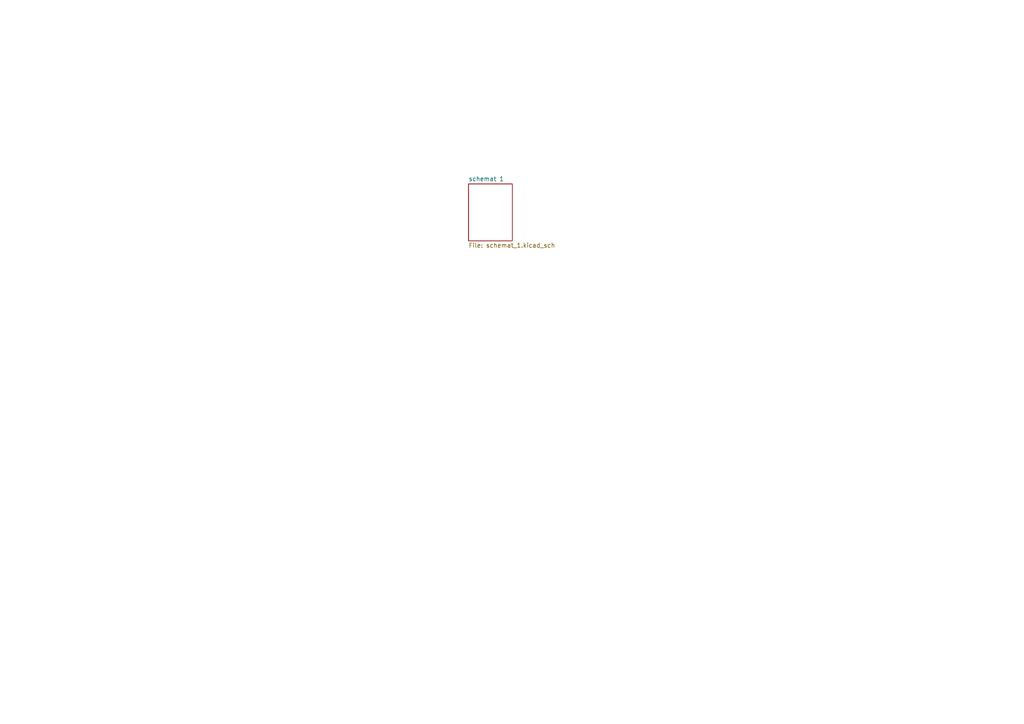
<source format=kicad_sch>
(kicad_sch
	(version 20231120)
	(generator "eeschema")
	(generator_version "8.0")
	(uuid "5ebdffd2-cf79-4580-9060-c9bab0414b88")
	(paper "A4")
	(lib_symbols)
	(sheet
		(at 135.89 53.34)
		(size 12.7 16.51)
		(fields_autoplaced yes)
		(stroke
			(width 0.1524)
			(type solid)
		)
		(fill
			(color 0 0 0 0.0000)
		)
		(uuid "ceadeaa6-48d0-4ff8-aac3-cbf4a9ac7f86")
		(property "Sheetname" "schemat 1"
			(at 135.89 52.6284 0)
			(effects
				(font
					(size 1.27 1.27)
				)
				(justify left bottom)
			)
		)
		(property "Sheetfile" "schemat_1.kicad_sch"
			(at 135.89 70.4346 0)
			(effects
				(font
					(size 1.27 1.27)
				)
				(justify left top)
			)
		)
		(instances
			(project "Testowy projekt dla kicada"
				(path "/5ebdffd2-cf79-4580-9060-c9bab0414b88"
					(page "2")
				)
			)
		)
	)
	(sheet_instances
		(path "/"
			(page "1")
		)
	)
)

</source>
